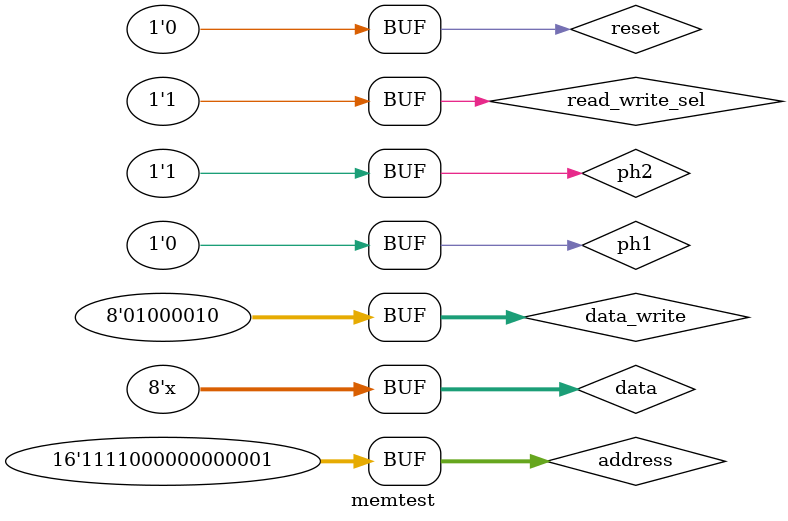
<source format=v>

`timescale 1 ns / 1 ps

module memtest;
  reg ph1, ph2, reset, read_write_sel;
  reg [15:0] address;
  reg [7:0] data_write;
  
  wire [7:0] data;
  
  mem mem(ph1, ph2, reset, address, data, read_write_sel);
  
  assign data = (read_write_sel) ? 8'bz : data_write;
  
  always begin
    ph1 <= 1; #1; ph1 <= 0; #1;
  end
    always begin
    ph2 <= 0; #1; ph2 <= 1; #1;
  end
  
  initial begin
    address = 16'b0; reset = 0; read_write_sel = 0;
    data_write = 8'h42;
    #10;
    read_write_sel = 1;
    #2;
    address = 16'b1;
    #1
    address = 16'b0;
    #3;
    address = 16'hfffd;
    #4;
    address = 16'hf000;
    #4;
    address = 16'hf001;
  end
endmodule

</source>
